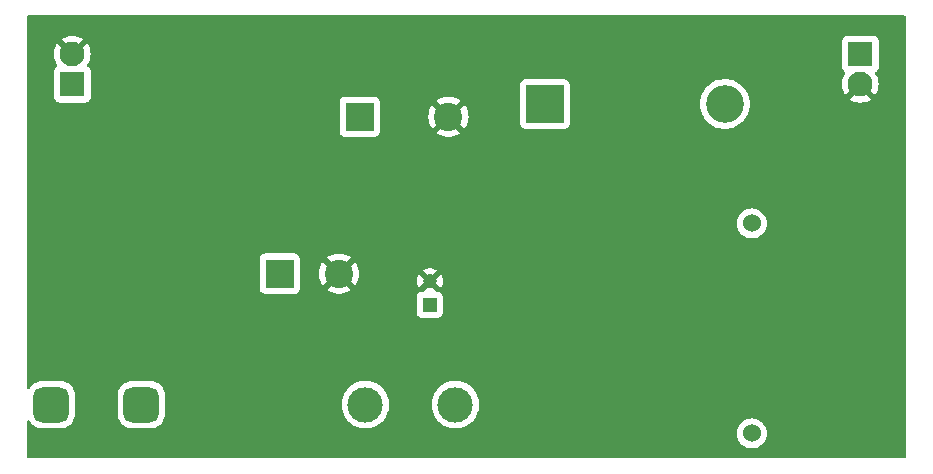
<source format=gbr>
%TF.GenerationSoftware,KiCad,Pcbnew,7.0.7*%
%TF.CreationDate,2023-09-13T14:32:16-04:00*%
%TF.ProjectId,Alim5,416c696d-352e-46b6-9963-61645f706362,rev?*%
%TF.SameCoordinates,Original*%
%TF.FileFunction,Copper,L2,Inr*%
%TF.FilePolarity,Positive*%
%FSLAX46Y46*%
G04 Gerber Fmt 4.6, Leading zero omitted, Abs format (unit mm)*
G04 Created by KiCad (PCBNEW 7.0.7) date 2023-09-13 14:32:16*
%MOMM*%
%LPD*%
G01*
G04 APERTURE LIST*
G04 Aperture macros list*
%AMRoundRect*
0 Rectangle with rounded corners*
0 $1 Rounding radius*
0 $2 $3 $4 $5 $6 $7 $8 $9 X,Y pos of 4 corners*
0 Add a 4 corners polygon primitive as box body*
4,1,4,$2,$3,$4,$5,$6,$7,$8,$9,$2,$3,0*
0 Add four circle primitives for the rounded corners*
1,1,$1+$1,$2,$3*
1,1,$1+$1,$4,$5*
1,1,$1+$1,$6,$7*
1,1,$1+$1,$8,$9*
0 Add four rect primitives between the rounded corners*
20,1,$1+$1,$2,$3,$4,$5,0*
20,1,$1+$1,$4,$5,$6,$7,0*
20,1,$1+$1,$6,$7,$8,$9,0*
20,1,$1+$1,$8,$9,$2,$3,0*%
G04 Aperture macros list end*
%TA.AperFunction,ComponentPad*%
%ADD10C,1.524000*%
%TD*%
%TA.AperFunction,ComponentPad*%
%ADD11R,2.100000X2.100000*%
%TD*%
%TA.AperFunction,ComponentPad*%
%ADD12C,2.100000*%
%TD*%
%TA.AperFunction,ComponentPad*%
%ADD13RoundRect,0.750000X-0.750000X-0.750000X0.750000X-0.750000X0.750000X0.750000X-0.750000X0.750000X0*%
%TD*%
%TA.AperFunction,ComponentPad*%
%ADD14C,3.000000*%
%TD*%
%TA.AperFunction,ComponentPad*%
%ADD15R,2.400000X2.400000*%
%TD*%
%TA.AperFunction,ComponentPad*%
%ADD16C,2.400000*%
%TD*%
%TA.AperFunction,ComponentPad*%
%ADD17R,3.200000X3.200000*%
%TD*%
%TA.AperFunction,ComponentPad*%
%ADD18O,3.200000X3.200000*%
%TD*%
%TA.AperFunction,ComponentPad*%
%ADD19R,1.200000X1.200000*%
%TD*%
%TA.AperFunction,ComponentPad*%
%ADD20C,1.200000*%
%TD*%
%TA.AperFunction,ViaPad*%
%ADD21C,0.800000*%
%TD*%
G04 APERTURE END LIST*
D10*
%TO.N,Net-(U1-Ipk_Sense)*%
%TO.C,L1*%
X166150000Y-121142000D03*
%TO.N,Net-(D1-A)*%
X166150000Y-103362000D03*
%TD*%
D11*
%TO.N,Net-(D1-K)*%
%TO.C,J3*%
X175340000Y-89030000D03*
D12*
%TO.N,GND*%
X175340000Y-91570000D03*
%TD*%
D13*
%TO.N,Net-(J1-Pin_1)*%
%TO.C,F1*%
X106850000Y-118700000D03*
X114470000Y-118700000D03*
D14*
%TO.N,Net-(U1-VCC)*%
X133440000Y-118700000D03*
X141060000Y-118700000D03*
%TD*%
D15*
%TO.N,Net-(U1-VCC)*%
%TO.C,C1*%
X126200000Y-107610000D03*
D16*
%TO.N,GND*%
X131200000Y-107610000D03*
%TD*%
D17*
%TO.N,Net-(D1-K)*%
%TO.C,D1*%
X148630000Y-93250000D03*
D18*
%TO.N,Net-(D1-A)*%
X163870000Y-93250000D03*
%TD*%
D11*
%TO.N,Net-(J1-Pin_1)*%
%TO.C,J1*%
X108620000Y-91570000D03*
D12*
%TO.N,GND*%
X108620000Y-89030000D03*
%TD*%
D15*
%TO.N,Net-(D1-K)*%
%TO.C,C3*%
X132967246Y-94330000D03*
D16*
%TO.N,GND*%
X140467246Y-94330000D03*
%TD*%
D19*
%TO.N,Net-(U1-timing_capacitor)*%
%TO.C,C2*%
X138890000Y-110252600D03*
D20*
%TO.N,GND*%
X138890000Y-108252600D03*
%TD*%
D21*
%TO.N,GND*%
X128624803Y-95700000D03*
X128624803Y-115700000D03*
X144460000Y-108780000D03*
X118624803Y-95700000D03*
X168624803Y-100700000D03*
X150070000Y-107510000D03*
X153624803Y-115700000D03*
X173624803Y-120700000D03*
X153624803Y-95700000D03*
X163624803Y-115700000D03*
X158624803Y-115700000D03*
X108624803Y-105700000D03*
X168624803Y-95700000D03*
X123624803Y-120700000D03*
X108624803Y-110700000D03*
X143624803Y-100700000D03*
X148624803Y-90700000D03*
X163624803Y-120700000D03*
X138624803Y-115700000D03*
X123624803Y-115700000D03*
X173624803Y-110700000D03*
X158624803Y-95700000D03*
X118624803Y-120700000D03*
X113624803Y-95700000D03*
X128624803Y-90700000D03*
X163624803Y-100700000D03*
X118624803Y-105700000D03*
X118624803Y-100700000D03*
X168624803Y-120700000D03*
X121710000Y-89030000D03*
X123624803Y-105700000D03*
X168624803Y-115700000D03*
X158624803Y-110700000D03*
X123624803Y-90700000D03*
X173624803Y-105700000D03*
X158624803Y-120700000D03*
X128624803Y-105700000D03*
X118624803Y-115700000D03*
X163624803Y-105700000D03*
X138624803Y-90700000D03*
X153624803Y-100700000D03*
X143624803Y-95700000D03*
X118624803Y-110700000D03*
X173624803Y-115700000D03*
X133624803Y-90700000D03*
X150070000Y-104970000D03*
X153624803Y-90700000D03*
X108624803Y-100700000D03*
X108624803Y-95700000D03*
X113624803Y-90700000D03*
X173624803Y-100700000D03*
X173624803Y-95700000D03*
X113624803Y-110700000D03*
X123624803Y-95700000D03*
X163624803Y-110700000D03*
X144460000Y-107510000D03*
X143624803Y-115700000D03*
X128624803Y-110700000D03*
X123624803Y-100700000D03*
X168624803Y-105700000D03*
X133624803Y-100700000D03*
X123624803Y-110700000D03*
X143624803Y-120700000D03*
X138624803Y-105700000D03*
X133624803Y-110700000D03*
X138624803Y-100700000D03*
X113624803Y-105700000D03*
X143624803Y-90700000D03*
X148624803Y-110700000D03*
X150070000Y-108780000D03*
X158624803Y-90700000D03*
X113624803Y-115700000D03*
X148624803Y-120700000D03*
X148624803Y-100700000D03*
X133624803Y-105700000D03*
X128624803Y-120700000D03*
X163624803Y-90700000D03*
X144460000Y-104970000D03*
X108624803Y-115700000D03*
X113624803Y-100700000D03*
X138624803Y-120700000D03*
X168624803Y-90700000D03*
X128624803Y-100700000D03*
X158624803Y-100700000D03*
X150070000Y-106240000D03*
X158624803Y-105700000D03*
X148624803Y-115700000D03*
X133624803Y-115700000D03*
X168624803Y-110700000D03*
%TD*%
%TA.AperFunction,Conductor*%
%TO.N,GND*%
G36*
X179132539Y-85770185D02*
G01*
X179178294Y-85822989D01*
X179189500Y-85874500D01*
X179189500Y-123095500D01*
X179169815Y-123162539D01*
X179117011Y-123208294D01*
X179065500Y-123219500D01*
X104904500Y-123219500D01*
X104837461Y-123199815D01*
X104791706Y-123147011D01*
X104780500Y-123095500D01*
X104780500Y-121142002D01*
X164874647Y-121142002D01*
X164894021Y-121363457D01*
X164894022Y-121363465D01*
X164951558Y-121578191D01*
X164951559Y-121578193D01*
X164951560Y-121578196D01*
X164998536Y-121678936D01*
X165045511Y-121779676D01*
X165045512Y-121779677D01*
X165173023Y-121961781D01*
X165330219Y-122118977D01*
X165512323Y-122246488D01*
X165713804Y-122340440D01*
X165928537Y-122397978D01*
X166086724Y-122411817D01*
X166149998Y-122417353D01*
X166150000Y-122417353D01*
X166150002Y-122417353D01*
X166205365Y-122412509D01*
X166371463Y-122397978D01*
X166586196Y-122340440D01*
X166787677Y-122246488D01*
X166969781Y-122118977D01*
X167126977Y-121961781D01*
X167254488Y-121779677D01*
X167348440Y-121578196D01*
X167405978Y-121363463D01*
X167425353Y-121142000D01*
X167405978Y-120920537D01*
X167348440Y-120705804D01*
X167254488Y-120504324D01*
X167254486Y-120504321D01*
X167254485Y-120504319D01*
X167126978Y-120322220D01*
X167064560Y-120259802D01*
X166969781Y-120165023D01*
X166787677Y-120037512D01*
X166787678Y-120037512D01*
X166787676Y-120037511D01*
X166643973Y-119970502D01*
X166586196Y-119943560D01*
X166586193Y-119943559D01*
X166586191Y-119943558D01*
X166371465Y-119886022D01*
X166371457Y-119886021D01*
X166150002Y-119866647D01*
X166149998Y-119866647D01*
X165928542Y-119886021D01*
X165928535Y-119886022D01*
X165713800Y-119943561D01*
X165512323Y-120037512D01*
X165512319Y-120037514D01*
X165330217Y-120165023D01*
X165173023Y-120322217D01*
X165045514Y-120504319D01*
X165045512Y-120504323D01*
X164951561Y-120705800D01*
X164894022Y-120920535D01*
X164894021Y-120920542D01*
X164874647Y-121141997D01*
X164874647Y-121142002D01*
X104780500Y-121142002D01*
X104780500Y-120152034D01*
X104800185Y-120084995D01*
X104852989Y-120039240D01*
X104922147Y-120029296D01*
X104985703Y-120058321D01*
X105006428Y-120081418D01*
X105130014Y-120259803D01*
X105290196Y-120419985D01*
X105476404Y-120548991D01*
X105476405Y-120548991D01*
X105476409Y-120548994D01*
X105581995Y-120596953D01*
X105682661Y-120642678D01*
X105682662Y-120642678D01*
X105682664Y-120642679D01*
X105902331Y-120698030D01*
X106017270Y-120707075D01*
X106035362Y-120708500D01*
X106035364Y-120708500D01*
X107664638Y-120708500D01*
X107681577Y-120707166D01*
X107797669Y-120698030D01*
X108017336Y-120642679D01*
X108223591Y-120548994D01*
X108409802Y-120419986D01*
X108569986Y-120259802D01*
X108698994Y-120073591D01*
X108792679Y-119867336D01*
X108848030Y-119647669D01*
X108858500Y-119514638D01*
X112461500Y-119514638D01*
X112471970Y-119647668D01*
X112527321Y-119867338D01*
X112621008Y-120073595D01*
X112750014Y-120259803D01*
X112910196Y-120419985D01*
X113096404Y-120548991D01*
X113096405Y-120548991D01*
X113096409Y-120548994D01*
X113201995Y-120596953D01*
X113302661Y-120642678D01*
X113302662Y-120642678D01*
X113302664Y-120642679D01*
X113522331Y-120698030D01*
X113637270Y-120707075D01*
X113655362Y-120708500D01*
X113655364Y-120708500D01*
X115284638Y-120708500D01*
X115301577Y-120707166D01*
X115417669Y-120698030D01*
X115637336Y-120642679D01*
X115843591Y-120548994D01*
X116029802Y-120419986D01*
X116189986Y-120259802D01*
X116318994Y-120073591D01*
X116412679Y-119867336D01*
X116468030Y-119647669D01*
X116478500Y-119514636D01*
X116478500Y-118700000D01*
X131426807Y-118700000D01*
X131445557Y-118974130D01*
X131445558Y-118974132D01*
X131501458Y-119243141D01*
X131501463Y-119243158D01*
X131593476Y-119502056D01*
X131719889Y-119746024D01*
X131719893Y-119746030D01*
X131878340Y-119970499D01*
X131878343Y-119970502D01*
X132065889Y-120171314D01*
X132279031Y-120344718D01*
X132279033Y-120344719D01*
X132279034Y-120344720D01*
X132513801Y-120487485D01*
X132655403Y-120548991D01*
X132765823Y-120596953D01*
X133030404Y-120671085D01*
X133269720Y-120703978D01*
X133302614Y-120708500D01*
X133302615Y-120708500D01*
X133577386Y-120708500D01*
X133606733Y-120704466D01*
X133849596Y-120671085D01*
X134114177Y-120596953D01*
X134366200Y-120487484D01*
X134600969Y-120344718D01*
X134814111Y-120171314D01*
X135001657Y-119970502D01*
X135160111Y-119746023D01*
X135286523Y-119502058D01*
X135378538Y-119243153D01*
X135378539Y-119243146D01*
X135378541Y-119243141D01*
X135404491Y-119118259D01*
X135434442Y-118974130D01*
X135453193Y-118700000D01*
X135453193Y-118699999D01*
X139046807Y-118699999D01*
X139065557Y-118974130D01*
X139065558Y-118974132D01*
X139121458Y-119243141D01*
X139121463Y-119243158D01*
X139213476Y-119502056D01*
X139339889Y-119746024D01*
X139339893Y-119746030D01*
X139498340Y-119970499D01*
X139498343Y-119970502D01*
X139685889Y-120171314D01*
X139899031Y-120344718D01*
X139899033Y-120344719D01*
X139899034Y-120344720D01*
X140133801Y-120487485D01*
X140275403Y-120548991D01*
X140385823Y-120596953D01*
X140650404Y-120671085D01*
X140889720Y-120703978D01*
X140922614Y-120708500D01*
X140922615Y-120708500D01*
X141197386Y-120708500D01*
X141226733Y-120704466D01*
X141469596Y-120671085D01*
X141734177Y-120596953D01*
X141986200Y-120487484D01*
X142220969Y-120344718D01*
X142434111Y-120171314D01*
X142621657Y-119970502D01*
X142780111Y-119746023D01*
X142906523Y-119502058D01*
X142998538Y-119243153D01*
X142998539Y-119243146D01*
X142998541Y-119243141D01*
X143024491Y-119118259D01*
X143054442Y-118974130D01*
X143073193Y-118700000D01*
X143054442Y-118425870D01*
X143035141Y-118332989D01*
X142998541Y-118156858D01*
X142998536Y-118156841D01*
X142906523Y-117897943D01*
X142906523Y-117897942D01*
X142780111Y-117653977D01*
X142780110Y-117653975D01*
X142780106Y-117653969D01*
X142621659Y-117429500D01*
X142525378Y-117326409D01*
X142434111Y-117228686D01*
X142220969Y-117055282D01*
X142220967Y-117055281D01*
X142220965Y-117055279D01*
X141986198Y-116912514D01*
X141734178Y-116803047D01*
X141469602Y-116728916D01*
X141469597Y-116728915D01*
X141469596Y-116728915D01*
X141273559Y-116701970D01*
X141197386Y-116691500D01*
X141197385Y-116691500D01*
X140922615Y-116691500D01*
X140922614Y-116691500D01*
X140650404Y-116728915D01*
X140650397Y-116728916D01*
X140385821Y-116803047D01*
X140133801Y-116912514D01*
X139899034Y-117055279D01*
X139685892Y-117228683D01*
X139498340Y-117429500D01*
X139339893Y-117653969D01*
X139339889Y-117653975D01*
X139213476Y-117897943D01*
X139121463Y-118156841D01*
X139121458Y-118156858D01*
X139065558Y-118425867D01*
X139065557Y-118425869D01*
X139046807Y-118699999D01*
X135453193Y-118699999D01*
X135434442Y-118425870D01*
X135415141Y-118332989D01*
X135378541Y-118156858D01*
X135378536Y-118156841D01*
X135286523Y-117897943D01*
X135286523Y-117897942D01*
X135160111Y-117653977D01*
X135160110Y-117653975D01*
X135160106Y-117653969D01*
X135001659Y-117429500D01*
X134905378Y-117326409D01*
X134814111Y-117228686D01*
X134600969Y-117055282D01*
X134600967Y-117055281D01*
X134600965Y-117055279D01*
X134366198Y-116912514D01*
X134114178Y-116803047D01*
X133849602Y-116728916D01*
X133849597Y-116728915D01*
X133849596Y-116728915D01*
X133653559Y-116701970D01*
X133577386Y-116691500D01*
X133577385Y-116691500D01*
X133302615Y-116691500D01*
X133302614Y-116691500D01*
X133030404Y-116728915D01*
X133030397Y-116728916D01*
X132765821Y-116803047D01*
X132513801Y-116912514D01*
X132279034Y-117055279D01*
X132065892Y-117228683D01*
X131878340Y-117429500D01*
X131719893Y-117653969D01*
X131719889Y-117653975D01*
X131593476Y-117897943D01*
X131501463Y-118156841D01*
X131501458Y-118156858D01*
X131445558Y-118425867D01*
X131445557Y-118425869D01*
X131426807Y-118700000D01*
X116478500Y-118700000D01*
X116478500Y-117885364D01*
X116468030Y-117752331D01*
X116412679Y-117532664D01*
X116318994Y-117326409D01*
X116313571Y-117318582D01*
X116189985Y-117140196D01*
X116029802Y-116980014D01*
X116029803Y-116980014D01*
X115843595Y-116851008D01*
X115637338Y-116757321D01*
X115490891Y-116720420D01*
X115417669Y-116701970D01*
X115373324Y-116698480D01*
X115284638Y-116691500D01*
X115284636Y-116691500D01*
X113655364Y-116691500D01*
X113655362Y-116691500D01*
X113522331Y-116701970D01*
X113302661Y-116757321D01*
X113096404Y-116851008D01*
X112910196Y-116980014D01*
X112750014Y-117140196D01*
X112621008Y-117326404D01*
X112527321Y-117532661D01*
X112471970Y-117752331D01*
X112461500Y-117885362D01*
X112461500Y-119514638D01*
X108858500Y-119514638D01*
X108858500Y-119514636D01*
X108858500Y-117885364D01*
X108848030Y-117752331D01*
X108792679Y-117532664D01*
X108698994Y-117326409D01*
X108693571Y-117318582D01*
X108569985Y-117140196D01*
X108409802Y-116980014D01*
X108409803Y-116980014D01*
X108223595Y-116851008D01*
X108017338Y-116757321D01*
X107870891Y-116720420D01*
X107797669Y-116701970D01*
X107753324Y-116698480D01*
X107664638Y-116691500D01*
X107664636Y-116691500D01*
X106035364Y-116691500D01*
X106035362Y-116691500D01*
X105902331Y-116701970D01*
X105682661Y-116757321D01*
X105476404Y-116851008D01*
X105290196Y-116980014D01*
X105130016Y-117140194D01*
X105006428Y-117318582D01*
X104952069Y-117362478D01*
X104882607Y-117370017D01*
X104820096Y-117338806D01*
X104784383Y-117278753D01*
X104780500Y-117247965D01*
X104780500Y-110901254D01*
X137781500Y-110901254D01*
X137788011Y-110961802D01*
X137788011Y-110961804D01*
X137839110Y-111098804D01*
X137839111Y-111098804D01*
X137926739Y-111215861D01*
X138043796Y-111303489D01*
X138180799Y-111354589D01*
X138208050Y-111357518D01*
X138241345Y-111361099D01*
X138241362Y-111361100D01*
X139538638Y-111361100D01*
X139538654Y-111361099D01*
X139565692Y-111358191D01*
X139599201Y-111354589D01*
X139736204Y-111303489D01*
X139853261Y-111215861D01*
X139940889Y-111098804D01*
X139991989Y-110961801D01*
X139995591Y-110928292D01*
X139998499Y-110901254D01*
X139998500Y-110901237D01*
X139998500Y-109603962D01*
X139998499Y-109603945D01*
X139995157Y-109572870D01*
X139991989Y-109543399D01*
X139940889Y-109406396D01*
X139853261Y-109289339D01*
X139736204Y-109201711D01*
X139723362Y-109196921D01*
X139599203Y-109150611D01*
X139538654Y-109144100D01*
X139538638Y-109144100D01*
X139479309Y-109144100D01*
X139412270Y-109124415D01*
X139391628Y-109107781D01*
X139000263Y-108716416D01*
X138966778Y-108655093D01*
X138971762Y-108585401D01*
X139013634Y-108529468D01*
X139022658Y-108523313D01*
X139095610Y-108478143D01*
X139163201Y-108388638D01*
X139163200Y-108388638D01*
X139170126Y-108379468D01*
X139173540Y-108382046D01*
X139205721Y-108347273D01*
X139273368Y-108329790D01*
X139339728Y-108351656D01*
X139356995Y-108366043D01*
X139827465Y-108836512D01*
X139829247Y-108834152D01*
X139829249Y-108834150D01*
X139920113Y-108651669D01*
X139920116Y-108651663D01*
X139975902Y-108455592D01*
X139975903Y-108455589D01*
X139994713Y-108252600D01*
X139994713Y-108252599D01*
X139975903Y-108049610D01*
X139975902Y-108049607D01*
X139920116Y-107853536D01*
X139920113Y-107853530D01*
X139829244Y-107671041D01*
X139827466Y-107668686D01*
X139827465Y-107668685D01*
X139353119Y-108143032D01*
X139291796Y-108176517D01*
X139222104Y-108171533D01*
X139166171Y-108129661D01*
X139154440Y-108110628D01*
X139133552Y-108068678D01*
X139050666Y-107993116D01*
X139044511Y-107990731D01*
X138989110Y-107948161D01*
X138965518Y-107882395D01*
X138981228Y-107814314D01*
X139001623Y-107787424D01*
X139470688Y-107318358D01*
X139470687Y-107318357D01*
X139382418Y-107263704D01*
X139382411Y-107263700D01*
X139192321Y-107190060D01*
X138991928Y-107152600D01*
X138788072Y-107152600D01*
X138587678Y-107190060D01*
X138397588Y-107263700D01*
X138397584Y-107263702D01*
X138309310Y-107318358D01*
X138779736Y-107788783D01*
X138813221Y-107850106D01*
X138808237Y-107919797D01*
X138766366Y-107975731D01*
X138757334Y-107981890D01*
X138684390Y-108027056D01*
X138609874Y-108125732D01*
X138606484Y-108123172D01*
X138574007Y-108158088D01*
X138506315Y-108175398D01*
X138440011Y-108153363D01*
X138423004Y-108139156D01*
X137952533Y-107668685D01*
X137952532Y-107668685D01*
X137950756Y-107671039D01*
X137950754Y-107671042D01*
X137859886Y-107853530D01*
X137859883Y-107853536D01*
X137804097Y-108049607D01*
X137804096Y-108049610D01*
X137785287Y-108252599D01*
X137785287Y-108252600D01*
X137804096Y-108455589D01*
X137804097Y-108455592D01*
X137859883Y-108651663D01*
X137859886Y-108651669D01*
X137950754Y-108834156D01*
X137950755Y-108834157D01*
X137952533Y-108836512D01*
X138426879Y-108362166D01*
X138488202Y-108328681D01*
X138557893Y-108333665D01*
X138613827Y-108375536D01*
X138625560Y-108394574D01*
X138646448Y-108436522D01*
X138729334Y-108512084D01*
X138735488Y-108514468D01*
X138790890Y-108557041D01*
X138814481Y-108622807D01*
X138798770Y-108690888D01*
X138778376Y-108717776D01*
X138388372Y-109107781D01*
X138327049Y-109141266D01*
X138300691Y-109144100D01*
X138241345Y-109144100D01*
X138180797Y-109150611D01*
X138180795Y-109150611D01*
X138043795Y-109201711D01*
X137926739Y-109289339D01*
X137839111Y-109406395D01*
X137788011Y-109543395D01*
X137788011Y-109543397D01*
X137781500Y-109603945D01*
X137781500Y-110901254D01*
X104780500Y-110901254D01*
X104780500Y-108858654D01*
X124491500Y-108858654D01*
X124498011Y-108919202D01*
X124498011Y-108919204D01*
X124549110Y-109056204D01*
X124549111Y-109056204D01*
X124636739Y-109173261D01*
X124753796Y-109260889D01*
X124830073Y-109289339D01*
X124885463Y-109309999D01*
X124890799Y-109311989D01*
X124918050Y-109314918D01*
X124951345Y-109318499D01*
X124951362Y-109318500D01*
X127448638Y-109318500D01*
X127448654Y-109318499D01*
X127475692Y-109315591D01*
X127509201Y-109311989D01*
X127514537Y-109309999D01*
X127523768Y-109306555D01*
X127646204Y-109260889D01*
X127763261Y-109173261D01*
X127850889Y-109056204D01*
X127901989Y-108919201D01*
X127905591Y-108885692D01*
X127908499Y-108858654D01*
X127908499Y-108858647D01*
X127908500Y-108858638D01*
X127908500Y-107610004D01*
X129495233Y-107610004D01*
X129514273Y-107864079D01*
X129570968Y-108112477D01*
X129570973Y-108112494D01*
X129664058Y-108349671D01*
X129664057Y-108349671D01*
X129791457Y-108570332D01*
X129833452Y-108622993D01*
X130518590Y-107937855D01*
X130579913Y-107904370D01*
X130649604Y-107909354D01*
X130704645Y-107950049D01*
X130737692Y-107993116D01*
X130772075Y-108037925D01*
X130859948Y-108105353D01*
X130901150Y-108161781D01*
X130905305Y-108231527D01*
X130872142Y-108291409D01*
X130186813Y-108976737D01*
X130347623Y-109086375D01*
X130347624Y-109086376D01*
X130577176Y-109196921D01*
X130577174Y-109196921D01*
X130820652Y-109272024D01*
X130820658Y-109272026D01*
X131072595Y-109309999D01*
X131072604Y-109310000D01*
X131327396Y-109310000D01*
X131327404Y-109309999D01*
X131579341Y-109272026D01*
X131579347Y-109272024D01*
X131822824Y-109196921D01*
X132052381Y-109086373D01*
X132213185Y-108976737D01*
X131527856Y-108291409D01*
X131494371Y-108230086D01*
X131499355Y-108160395D01*
X131540049Y-108105353D01*
X131627925Y-108037925D01*
X131695354Y-107950048D01*
X131751779Y-107908848D01*
X131821525Y-107904693D01*
X131881409Y-107937856D01*
X132566545Y-108622993D01*
X132608545Y-108570327D01*
X132735941Y-108349671D01*
X132829026Y-108112494D01*
X132829031Y-108112477D01*
X132885726Y-107864079D01*
X132904767Y-107610004D01*
X132904767Y-107609995D01*
X132885726Y-107355920D01*
X132829031Y-107107522D01*
X132829026Y-107107505D01*
X132735941Y-106870328D01*
X132735942Y-106870328D01*
X132608544Y-106649671D01*
X132566545Y-106597005D01*
X131881409Y-107282142D01*
X131820086Y-107315627D01*
X131750394Y-107310643D01*
X131695353Y-107269948D01*
X131627925Y-107182075D01*
X131589512Y-107152600D01*
X131540049Y-107114645D01*
X131498847Y-107058219D01*
X131494692Y-106988473D01*
X131527855Y-106928590D01*
X132213185Y-106243261D01*
X132052377Y-106133624D01*
X132052376Y-106133623D01*
X131822823Y-106023078D01*
X131822825Y-106023078D01*
X131579347Y-105947975D01*
X131579341Y-105947973D01*
X131327404Y-105910000D01*
X131072595Y-105910000D01*
X130820658Y-105947973D01*
X130820652Y-105947975D01*
X130577175Y-106023078D01*
X130347624Y-106133623D01*
X130347616Y-106133628D01*
X130186813Y-106243261D01*
X130872143Y-106928590D01*
X130905628Y-106989913D01*
X130900644Y-107059604D01*
X130859949Y-107114646D01*
X130772075Y-107182074D01*
X130772074Y-107182075D01*
X130704646Y-107269949D01*
X130648218Y-107311151D01*
X130578472Y-107315306D01*
X130518590Y-107282143D01*
X129833453Y-106597006D01*
X129791455Y-106649670D01*
X129664058Y-106870328D01*
X129570973Y-107107505D01*
X129570968Y-107107522D01*
X129514273Y-107355920D01*
X129495233Y-107609995D01*
X129495233Y-107610004D01*
X127908500Y-107610004D01*
X127908500Y-106361362D01*
X127908499Y-106361352D01*
X127908499Y-106361345D01*
X127905157Y-106330270D01*
X127901989Y-106300799D01*
X127850889Y-106163796D01*
X127763261Y-106046739D01*
X127646204Y-105959111D01*
X127616348Y-105947975D01*
X127509203Y-105908011D01*
X127448654Y-105901500D01*
X127448638Y-105901500D01*
X124951362Y-105901500D01*
X124951345Y-105901500D01*
X124890797Y-105908011D01*
X124890795Y-105908011D01*
X124753795Y-105959111D01*
X124636739Y-106046739D01*
X124549111Y-106163795D01*
X124498011Y-106300795D01*
X124498011Y-106300797D01*
X124491500Y-106361345D01*
X124491500Y-108858654D01*
X104780500Y-108858654D01*
X104780500Y-103362002D01*
X164874647Y-103362002D01*
X164894021Y-103583457D01*
X164894022Y-103583465D01*
X164951558Y-103798191D01*
X164951559Y-103798193D01*
X164951560Y-103798196D01*
X164998536Y-103898936D01*
X165045511Y-103999676D01*
X165045512Y-103999677D01*
X165173023Y-104181781D01*
X165330219Y-104338977D01*
X165512323Y-104466488D01*
X165713804Y-104560440D01*
X165928537Y-104617978D01*
X166086724Y-104631817D01*
X166149998Y-104637353D01*
X166150000Y-104637353D01*
X166150002Y-104637353D01*
X166205365Y-104632509D01*
X166371463Y-104617978D01*
X166586196Y-104560440D01*
X166787677Y-104466488D01*
X166969781Y-104338977D01*
X167126977Y-104181781D01*
X167254488Y-103999677D01*
X167348440Y-103798196D01*
X167405978Y-103583463D01*
X167425353Y-103362000D01*
X167405978Y-103140537D01*
X167348440Y-102925804D01*
X167254488Y-102724324D01*
X167254486Y-102724321D01*
X167254485Y-102724319D01*
X167126978Y-102542220D01*
X167126975Y-102542217D01*
X166969781Y-102385023D01*
X166787677Y-102257512D01*
X166787678Y-102257512D01*
X166787676Y-102257511D01*
X166686936Y-102210535D01*
X166586196Y-102163560D01*
X166586193Y-102163559D01*
X166586191Y-102163558D01*
X166371465Y-102106022D01*
X166371457Y-102106021D01*
X166150002Y-102086647D01*
X166149998Y-102086647D01*
X165928542Y-102106021D01*
X165928535Y-102106022D01*
X165713800Y-102163561D01*
X165512323Y-102257512D01*
X165512319Y-102257514D01*
X165330217Y-102385023D01*
X165173023Y-102542217D01*
X165045514Y-102724319D01*
X165045512Y-102724323D01*
X164951561Y-102925800D01*
X164894022Y-103140535D01*
X164894021Y-103140542D01*
X164874647Y-103361997D01*
X164874647Y-103362002D01*
X104780500Y-103362002D01*
X104780500Y-95578654D01*
X131258746Y-95578654D01*
X131265257Y-95639202D01*
X131265257Y-95639204D01*
X131316357Y-95776204D01*
X131403985Y-95893261D01*
X131521042Y-95980889D01*
X131636195Y-96023839D01*
X131652709Y-96029999D01*
X131658045Y-96031989D01*
X131685296Y-96034918D01*
X131718591Y-96038499D01*
X131718608Y-96038500D01*
X134215884Y-96038500D01*
X134215900Y-96038499D01*
X134242938Y-96035591D01*
X134276447Y-96031989D01*
X134281783Y-96029999D01*
X134291014Y-96026555D01*
X134413450Y-95980889D01*
X134530507Y-95893261D01*
X134618135Y-95776204D01*
X134669235Y-95639201D01*
X134672837Y-95605692D01*
X134675745Y-95578654D01*
X134675746Y-95578637D01*
X134675746Y-94330004D01*
X138762479Y-94330004D01*
X138781519Y-94584079D01*
X138838214Y-94832477D01*
X138838219Y-94832494D01*
X138931304Y-95069671D01*
X138931303Y-95069671D01*
X139058703Y-95290332D01*
X139100698Y-95342993D01*
X139785836Y-94657855D01*
X139847159Y-94624370D01*
X139916850Y-94629354D01*
X139971891Y-94670049D01*
X140039321Y-94757924D01*
X140039321Y-94757925D01*
X140127194Y-94825353D01*
X140168396Y-94881781D01*
X140172551Y-94951527D01*
X140139388Y-95011409D01*
X139454059Y-95696737D01*
X139614869Y-95806375D01*
X139614870Y-95806376D01*
X139844422Y-95916921D01*
X139844420Y-95916921D01*
X140087898Y-95992024D01*
X140087904Y-95992026D01*
X140339841Y-96029999D01*
X140339850Y-96030000D01*
X140594642Y-96030000D01*
X140594650Y-96029999D01*
X140846587Y-95992026D01*
X140846593Y-95992024D01*
X141090070Y-95916921D01*
X141319627Y-95806373D01*
X141480431Y-95696737D01*
X140795102Y-95011409D01*
X140761617Y-94950086D01*
X140766601Y-94880395D01*
X140807295Y-94825353D01*
X140895171Y-94757925D01*
X140962600Y-94670048D01*
X141019025Y-94628848D01*
X141088771Y-94624693D01*
X141148655Y-94657856D01*
X141833791Y-95342993D01*
X141875791Y-95290327D01*
X142003187Y-95069671D01*
X142070306Y-94898654D01*
X146521500Y-94898654D01*
X146528011Y-94959202D01*
X146528011Y-94959204D01*
X146579110Y-95096204D01*
X146579111Y-95096204D01*
X146666739Y-95213261D01*
X146783796Y-95300889D01*
X146920799Y-95351989D01*
X146948050Y-95354918D01*
X146981345Y-95358499D01*
X146981362Y-95358500D01*
X150278638Y-95358500D01*
X150278654Y-95358499D01*
X150305692Y-95355591D01*
X150339201Y-95351989D01*
X150476204Y-95300889D01*
X150593261Y-95213261D01*
X150680889Y-95096204D01*
X150731989Y-94959201D01*
X150736789Y-94914556D01*
X150738499Y-94898654D01*
X150738500Y-94898637D01*
X150738500Y-93250000D01*
X161756573Y-93250000D01*
X161776257Y-93537778D01*
X161776258Y-93537780D01*
X161834941Y-93820185D01*
X161834946Y-93820201D01*
X161911509Y-94035627D01*
X161931541Y-94091992D01*
X162064247Y-94348103D01*
X162230591Y-94583758D01*
X162230595Y-94583762D01*
X162230595Y-94583763D01*
X162427477Y-94794571D01*
X162593942Y-94930000D01*
X162651228Y-94976606D01*
X162897686Y-95126481D01*
X162897688Y-95126482D01*
X162897690Y-95126483D01*
X163074065Y-95203093D01*
X163162256Y-95241400D01*
X163440011Y-95319223D01*
X163678404Y-95351989D01*
X163725774Y-95358500D01*
X163725775Y-95358500D01*
X164014226Y-95358500D01*
X164061596Y-95351989D01*
X164299989Y-95319223D01*
X164577744Y-95241400D01*
X164842314Y-95126481D01*
X165088772Y-94976606D01*
X165312526Y-94794568D01*
X165509409Y-94583758D01*
X165675753Y-94348103D01*
X165808459Y-94091992D01*
X165905055Y-93820196D01*
X165905055Y-93820191D01*
X165905058Y-93820185D01*
X165952822Y-93590328D01*
X165963742Y-93537778D01*
X165983427Y-93250000D01*
X165963742Y-92962222D01*
X165941175Y-92853623D01*
X165905058Y-92679814D01*
X165905053Y-92679798D01*
X165808459Y-92408009D01*
X165808459Y-92408008D01*
X165675753Y-92151897D01*
X165509409Y-91916242D01*
X165509404Y-91916236D01*
X165312522Y-91705428D01*
X165088771Y-91523393D01*
X164842309Y-91373516D01*
X164577745Y-91258600D01*
X164299995Y-91180778D01*
X164299990Y-91180777D01*
X164299989Y-91180777D01*
X164157106Y-91161138D01*
X164014226Y-91141500D01*
X164014225Y-91141500D01*
X163725775Y-91141500D01*
X163725774Y-91141500D01*
X163440011Y-91180777D01*
X163440004Y-91180778D01*
X163162254Y-91258600D01*
X162897690Y-91373516D01*
X162651228Y-91523393D01*
X162427477Y-91705428D01*
X162230595Y-91916236D01*
X162230595Y-91916237D01*
X162230592Y-91916239D01*
X162230591Y-91916242D01*
X162171008Y-92000651D01*
X162064247Y-92151896D01*
X161931540Y-92408009D01*
X161834946Y-92679798D01*
X161834941Y-92679814D01*
X161776258Y-92962219D01*
X161776257Y-92962221D01*
X161756573Y-93250000D01*
X150738500Y-93250000D01*
X150738500Y-91601362D01*
X150738499Y-91601345D01*
X150735128Y-91570000D01*
X150731989Y-91540799D01*
X150725497Y-91523394D01*
X150700751Y-91457047D01*
X150680889Y-91403796D01*
X150593261Y-91286739D01*
X150476204Y-91199111D01*
X150454635Y-91191066D01*
X150339203Y-91148011D01*
X150278654Y-91141500D01*
X150278638Y-91141500D01*
X146981362Y-91141500D01*
X146981345Y-91141500D01*
X146920797Y-91148011D01*
X146920795Y-91148011D01*
X146783795Y-91199111D01*
X146666739Y-91286739D01*
X146579111Y-91403795D01*
X146528011Y-91540795D01*
X146528011Y-91540797D01*
X146521500Y-91601345D01*
X146521500Y-94898654D01*
X142070306Y-94898654D01*
X142096272Y-94832494D01*
X142096277Y-94832477D01*
X142152972Y-94584079D01*
X142172013Y-94330004D01*
X142172013Y-94329995D01*
X142152972Y-94075920D01*
X142096277Y-93827522D01*
X142096272Y-93827505D01*
X142003187Y-93590328D01*
X142003188Y-93590328D01*
X141875790Y-93369671D01*
X141833791Y-93317005D01*
X141148655Y-94002142D01*
X141087332Y-94035627D01*
X141017640Y-94030643D01*
X140962599Y-93989948D01*
X140895171Y-93902075D01*
X140895171Y-93902074D01*
X140807295Y-93834645D01*
X140766093Y-93778219D01*
X140761938Y-93708473D01*
X140795101Y-93648590D01*
X141480431Y-92963261D01*
X141319623Y-92853624D01*
X141319622Y-92853623D01*
X141090069Y-92743078D01*
X141090071Y-92743078D01*
X140846593Y-92667975D01*
X140846587Y-92667973D01*
X140594650Y-92630000D01*
X140339841Y-92630000D01*
X140087904Y-92667973D01*
X140087898Y-92667975D01*
X139844421Y-92743078D01*
X139614870Y-92853623D01*
X139614862Y-92853628D01*
X139454059Y-92963261D01*
X140139389Y-93648590D01*
X140172874Y-93709913D01*
X140167890Y-93779604D01*
X140127195Y-93834646D01*
X140039321Y-93902074D01*
X140039320Y-93902075D01*
X139971892Y-93989949D01*
X139915464Y-94031151D01*
X139845718Y-94035306D01*
X139785836Y-94002143D01*
X139100699Y-93317006D01*
X139058701Y-93369670D01*
X138931304Y-93590328D01*
X138838219Y-93827505D01*
X138838214Y-93827522D01*
X138781519Y-94075920D01*
X138762479Y-94329995D01*
X138762479Y-94330004D01*
X134675746Y-94330004D01*
X134675746Y-93081362D01*
X134675745Y-93081345D01*
X134672234Y-93048696D01*
X134669235Y-93020799D01*
X134618135Y-92883796D01*
X134530507Y-92766739D01*
X134413450Y-92679111D01*
X134383594Y-92667975D01*
X134276449Y-92628011D01*
X134215900Y-92621500D01*
X134215884Y-92621500D01*
X131718608Y-92621500D01*
X131718591Y-92621500D01*
X131658043Y-92628011D01*
X131658041Y-92628011D01*
X131521041Y-92679111D01*
X131403985Y-92766739D01*
X131316357Y-92883795D01*
X131265257Y-93020795D01*
X131265257Y-93020797D01*
X131258746Y-93081345D01*
X131258746Y-95578654D01*
X104780500Y-95578654D01*
X104780500Y-92668654D01*
X107061500Y-92668654D01*
X107068011Y-92729202D01*
X107068011Y-92729204D01*
X107114418Y-92853623D01*
X107119111Y-92866204D01*
X107206739Y-92983261D01*
X107323796Y-93070889D01*
X107460799Y-93121989D01*
X107486872Y-93124792D01*
X107521345Y-93128499D01*
X107521362Y-93128500D01*
X109718638Y-93128500D01*
X109718654Y-93128499D01*
X109745692Y-93125591D01*
X109779201Y-93121989D01*
X109916204Y-93070889D01*
X110033261Y-92983261D01*
X110120889Y-92866204D01*
X110171989Y-92729201D01*
X110175591Y-92695692D01*
X110178499Y-92668654D01*
X110178499Y-92668647D01*
X110178500Y-92668638D01*
X110178500Y-90471362D01*
X110178499Y-90471352D01*
X110178499Y-90471345D01*
X110175157Y-90440270D01*
X110171989Y-90410799D01*
X110120889Y-90273796D01*
X110033261Y-90156739D01*
X109995744Y-90128654D01*
X173781500Y-90128654D01*
X173788011Y-90189202D01*
X173788011Y-90189204D01*
X173839110Y-90326204D01*
X173839111Y-90326204D01*
X173926739Y-90443261D01*
X174032236Y-90522235D01*
X174074107Y-90578169D01*
X174079091Y-90647861D01*
X174063653Y-90686291D01*
X173954667Y-90864140D01*
X173861303Y-91089542D01*
X173804348Y-91326780D01*
X173785207Y-91570000D01*
X173804348Y-91813219D01*
X173861303Y-92050457D01*
X173954668Y-92275861D01*
X174078504Y-92477942D01*
X174691482Y-91864964D01*
X174752805Y-91831479D01*
X174822496Y-91836463D01*
X174878430Y-91878334D01*
X174881514Y-91883249D01*
X174881549Y-91883225D01*
X174886441Y-91890156D01*
X174989637Y-92000651D01*
X174989638Y-92000652D01*
X175024698Y-92021973D01*
X175071749Y-92073623D01*
X175083407Y-92142513D01*
X175055970Y-92206770D01*
X175047950Y-92215601D01*
X174432056Y-92831494D01*
X174634138Y-92955331D01*
X174859542Y-93048696D01*
X175096780Y-93105651D01*
X175096779Y-93105651D01*
X175339999Y-93124792D01*
X175583219Y-93105651D01*
X175820457Y-93048696D01*
X176045861Y-92955331D01*
X176247942Y-92831494D01*
X175633166Y-92216718D01*
X175599681Y-92155395D01*
X175604665Y-92085703D01*
X175642588Y-92032853D01*
X175745739Y-91948934D01*
X175796052Y-91877655D01*
X175850793Y-91834239D01*
X175920318Y-91827310D01*
X175982553Y-91859068D01*
X175985037Y-91861484D01*
X176601494Y-92477942D01*
X176725331Y-92275861D01*
X176818696Y-92050457D01*
X176875651Y-91813219D01*
X176894792Y-91570000D01*
X176875651Y-91326780D01*
X176818696Y-91089542D01*
X176725331Y-90864138D01*
X176616347Y-90686292D01*
X176598102Y-90618846D01*
X176619218Y-90552244D01*
X176647764Y-90522235D01*
X176753261Y-90443261D01*
X176840889Y-90326204D01*
X176891989Y-90189201D01*
X176895591Y-90155692D01*
X176898499Y-90128654D01*
X176898500Y-90128637D01*
X176898500Y-87931362D01*
X176898499Y-87931345D01*
X176895157Y-87900270D01*
X176891989Y-87870799D01*
X176840889Y-87733796D01*
X176753261Y-87616739D01*
X176636204Y-87529111D01*
X176636203Y-87529110D01*
X176499203Y-87478011D01*
X176438654Y-87471500D01*
X176438638Y-87471500D01*
X174241362Y-87471500D01*
X174241345Y-87471500D01*
X174180797Y-87478011D01*
X174180795Y-87478011D01*
X174043795Y-87529111D01*
X173926739Y-87616739D01*
X173839111Y-87733795D01*
X173788011Y-87870795D01*
X173788011Y-87870797D01*
X173781500Y-87931345D01*
X173781500Y-90128654D01*
X109995744Y-90128654D01*
X109927762Y-90077763D01*
X109885892Y-90021830D01*
X109880908Y-89952138D01*
X109896347Y-89913707D01*
X110005331Y-89735861D01*
X110098696Y-89510457D01*
X110155651Y-89273219D01*
X110174792Y-89030000D01*
X110155651Y-88786780D01*
X110098696Y-88549542D01*
X110005331Y-88324138D01*
X109881494Y-88122056D01*
X109268517Y-88735034D01*
X109207194Y-88768519D01*
X109137502Y-88763535D01*
X109081569Y-88721663D01*
X109078486Y-88716750D01*
X109078451Y-88716775D01*
X109073558Y-88709843D01*
X109018661Y-88651064D01*
X108970362Y-88599348D01*
X108935300Y-88578026D01*
X108888248Y-88526374D01*
X108876591Y-88457484D01*
X108904029Y-88393227D01*
X108912048Y-88384397D01*
X109527942Y-87768504D01*
X109325861Y-87644668D01*
X109100457Y-87551303D01*
X108863219Y-87494348D01*
X108863220Y-87494348D01*
X108620000Y-87475207D01*
X108376780Y-87494348D01*
X108139542Y-87551303D01*
X107914146Y-87644665D01*
X107914141Y-87644668D01*
X107712056Y-87768504D01*
X108326833Y-88383280D01*
X108360318Y-88444603D01*
X108355334Y-88514294D01*
X108317408Y-88567148D01*
X108214262Y-88651064D01*
X108214258Y-88651069D01*
X108163947Y-88722343D01*
X108109204Y-88765760D01*
X108039679Y-88772689D01*
X107977444Y-88740930D01*
X107974962Y-88738515D01*
X107358504Y-88122056D01*
X107234668Y-88324141D01*
X107234665Y-88324146D01*
X107141303Y-88549542D01*
X107084348Y-88786780D01*
X107065207Y-89030000D01*
X107084348Y-89273219D01*
X107141303Y-89510457D01*
X107234666Y-89735856D01*
X107343653Y-89913707D01*
X107361897Y-89981153D01*
X107340780Y-90047756D01*
X107312236Y-90077763D01*
X107206741Y-90156737D01*
X107206740Y-90156738D01*
X107206739Y-90156739D01*
X107182436Y-90189204D01*
X107119111Y-90273795D01*
X107068011Y-90410795D01*
X107068011Y-90410797D01*
X107061500Y-90471345D01*
X107061500Y-92668654D01*
X104780500Y-92668654D01*
X104780500Y-85874500D01*
X104800185Y-85807461D01*
X104852989Y-85761706D01*
X104904500Y-85750500D01*
X179065500Y-85750500D01*
X179132539Y-85770185D01*
G37*
%TD.AperFunction*%
%TD*%
M02*

</source>
